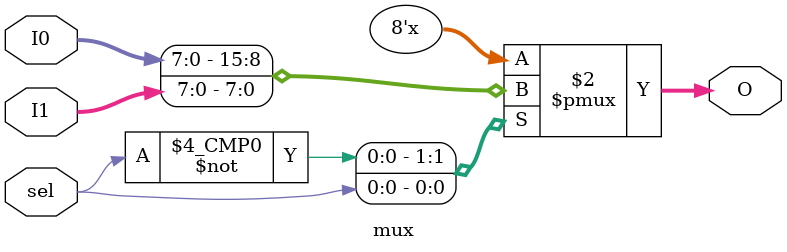
<source format=v>
`timescale 1ns / 1ps


module mux(
    input [7:0]I0,
    input [7:0]I1,
    input sel,
    output reg [7:0]O
    );
    
always @(*) begin
    case(sel)
        1'b0: O <= I0;
        1'b1: O <= I1;
    endcase
end
endmodule

</source>
